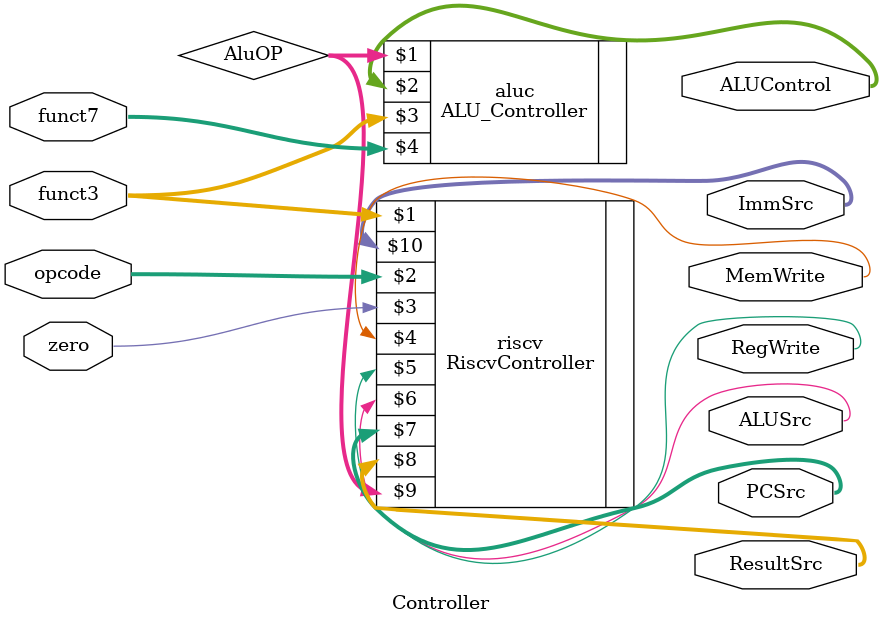
<source format=sv>
`timescale 1ns/1ns
module Controller(zero, opcode, funct3, funct7, PCSrc, ResultSrc, MemWrite, ALUControl, ALUSrc, ImmSrc, RegWrite);

    output wire [1:0] PCSrc;
    output wire [1:0] ResultSrc;
    output wire MemWrite;
    output wire [2:0] ALUControl;
    output wire ALUSrc;
    output wire [2:0] ImmSrc;
    output wire RegWrite;
    input wire zero;
    input wire [6:0] opcode;
    input wire [2:0] funct3;
    input wire [6:0] funct7;

    wire [1:0] AluOP;

    RiscvController riscv(funct3, opcode, zero,  MemWrite,  RegWrite, ALUSrc, PCSrc,  ResultSrc,  AluOP, ImmSrc);
    ALU_Controller aluc(AluOP, ALUControl, funct3, funct7);
    


endmodule
</source>
